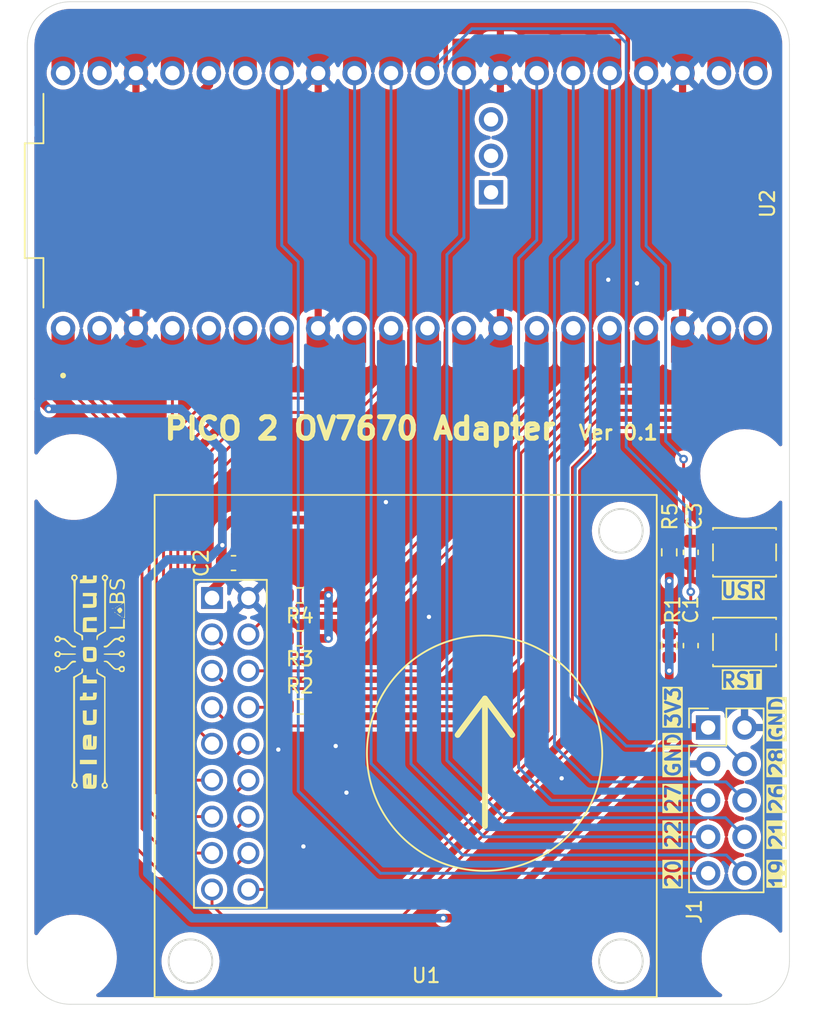
<source format=kicad_pcb>
(kicad_pcb (version 20240108) (generator "pcbnew") (generator_version "8.0")
  (layers (0 "F.Cu" signal) (31 "B.Cu" signal) (34 "B.Paste" user) (35 "F.Paste" user) (36 "B.SilkS" user "B.Silkscreen") (37 "F.SilkS" user "F.Silkscreen") (38 "B.Mask" user) (39 "F.Mask" user) (44 "Edge.Cuts" user))
  (net 0 "")
  (net 1 "/PICO_RESET")
  (net 2 "/PICO_IO21")
  (net 3 "+3V3")
  (net 4 "/PICO_IO27")
  (net 5 "GND")
  (net 6 "/PICO_IO22")
  (net 7 "/PICO_IO19")
  (net 8 "/PICO_IO28")
  (net 9 "/PICO_IO26")
  (net 10 "/PICO_IO20")
  (net 11 "OV_D6_PICO_IO6")
  (net 12 "OV_D1_PICO_IO1")
  (net 13 "OV_D7_PICO_IO7")
  (net 14 "OV_HREF_PICO_IO11")
  (net 15 "OV_RST_PICO_IO14")
  (net 16 "OV_D2_PICO_IO2")
  (net 17 "OV_VSYNC_PICO_IO10")
  (net 18 "OV_D5_PICO_IO5")
  (net 19 "OV_D0_PICO_IO0")
  (net 20 "/USER_Button")
  (net 21 "OV_D3_PICO_IO3")
  (net 22 "OV_D4_PICO_IO4")
  (net 23 "OV_SDA_PICO_IO12_SDA")
  (net 24 "OV_SCL_PICO_IO13_SCL")
  (net 25 "OV_XCLK_PICO_IO8")
  (net 28 "OV_PCLK_PICO_IO9")
  (net 42 "OV_PWDWN_PICO_IO15")
  (net 47 "Net-(U2-UART0_TX{slash}I2C0_SDA{slash}SPI1_RX{slash}GP12)")
  (footprint "Resistor_SMD:R_0603_1608Metric" (layer "F.Cu") (at 109 91.5 180)
    (property "Reference" "R4")
    (property "Value" "10K")
  )
  (footprint "Capacitor_SMD:C_0603_1608Metric" (layer "F.Cu") (at 136.25 88.5 -90)
    (property "Reference" "C3")
    (property "Value" "0.1uF")
  )
  (footprint "Button_Switch_SMD:SW_SPST_PTS810" (layer "F.Cu") (at 140 88.5)
    (property "Reference" "SW2")
    (property "Value" "SW_Push")
  )
  (footprint "MountingHole:MountingHole_3.2mm_M3_DIN965" (layer "F.Cu") (at 140 116.75)
    (property "Reference" "H2")
    (property "Value" "MountingHole")
  )
  (footprint "Button_Switch_SMD:SW_SPST_PTS810" (layer "F.Cu") (at 140 94.75)
    (property "Reference" "SW1")
    (property "Value" "SW_Push")
  )
  (footprint "Resistor_SMD:R_0603_1608Metric" (layer "F.Cu") (at 134.75 95 90)
    (property "Reference" "R1")
    (property "Value" "10K")
  )
  (footprint "pico_ov7670_adapter:CAMERA-OV7670-DIP" (layer "F.Cu") (at 116.378686 102)
    (property "Reference" "U1")
    (property "Value" "CAMERA-OV7670")
    (fp_circle (center -15 15) (end -13.47685 15) (stroke (width 0.127)) (fill none) (layer "Edge.Cuts"))
    (fp_circle (center 15 -15) (end 16.52315 -15) (stroke (width 0.127)) (fill none) (layer "Edge.Cuts"))
    (fp_circle (center 15 15) (end 16.52315 15) (stroke (width 0.127)) (fill none) (layer "Edge.Cuts"))
  )
  (footprint "pico_ov7670_adapter:logo" (layer "F.Cu") (at 94.378686 97.5 90)
    (property "Reference" "G***")
    (property "Value" "LOGO" (hide yes))
  )
  (footprint "Resistor_SMD:R_0603_1608Metric" (layer "F.Cu") (at 134.75 88.5 90)
    (property "Reference" "R5")
    (property "Value" "10K")
  )
  (footprint "pico_ov7670_adapter:MODULE_RASPBERRY_PI_PICO_W" (layer "F.Cu") (at 116.628686 63.9875 90)
    (property "Reference" "U2")
    (property "Value" "RASPBERRY_PI_PICO_W")
  )
  (footprint "MountingHole:MountingHole_3.2mm_M3_DIN965" (layer "F.Cu") (at 93.25 83.25)
    (property "Reference" "H3")
    (property "Value" "MountingHole")
  )
  (footprint "Capacitor_SMD:C_0603_1608Metric" (layer "F.Cu") (at 104.378686 89.25)
    (property "Reference" "C2")
    (property "Value" "0.1uF")
  )
  (footprint "MountingHole:MountingHole_3.2mm_M3_DIN965" (layer "F.Cu") (at 93.25 116.75)
    (property "Reference" "H4")
    (property "Value" "MountingHole")
  )
  (footprint "Connector_PinHeader_2.54mm:PinHeader_2x05_P2.54mm_Vertical" (layer "F.Cu") (at 137.46 100.71)
    (property "Reference" "J1")
    (property "Value" "GPIO Header")
  )
  (footprint "MountingHole:MountingHole_3.2mm_M3_DIN965" (layer "F.Cu") (at 140 83)
    (property "Reference" "H1")
    (property "Value" "MountingHole")
  )
  (footprint "Resistor_SMD:R_0603_1608Metric" (layer "F.Cu") (at 109 99.25)
    (property "Reference" "R2")
    (property "Value" "22R")
  )
  (footprint "Resistor_SMD:R_0603_1608Metric" (layer "F.Cu") (at 109 94.5 180)
    (property "Reference" "R3")
    (property "Value" "10K")
  )
  (footprint "Capacitor_SMD:C_0603_1608Metric" (layer "F.Cu") (at 136.25 95 -90)
    (property "Reference" "C1")
    (property "Value" "0.1uF")
  )
  (gr_line (start 93 50.121314) (end 140.128666 50.121294) (stroke (width 0.05)) (layer "Edge.Cuts"))
  (gr_arc (start 140.128666 50.121294) (mid 142.250006 50.999965) (end 143.128666 53.121294) (stroke (width 0.05)) (layer "Edge.Cuts"))
  (gr_arc (start 93 120) (mid 90.8787 119.121312) (end 90 117) (stroke (width 0.05)) (layer "Edge.Cuts"))
  (gr_line (start 90 117) (end 90 53.121314) (stroke (width 0.05)) (layer "Edge.Cuts"))
  (gr_arc (start 143.128666 117) (mid 142.249992 119.121326) (end 140.128666 120) (stroke (width 0.05)) (layer "Edge.Cuts"))
  (gr_arc (start 90 53.121314) (mid 90.878686 51) (end 93 50.121314) (stroke (width 0.05)) (layer "Edge.Cuts"))
  (gr_line (start 143.128666 117) (end 143.128666 53.121294) (stroke (width 0.05)) (layer "Edge.Cuts"))
  (gr_line (start 93 120) (end 140.128666 120) (stroke (width 0.05)) (layer "Edge.Cuts"))
  (gr_text "27" (at 135.613686 106.74 90) (layer "F.SilkS" knockout) (effects (font (size 1 1) (thickness 0.2) (bold yes)) (justify left bottom)))
  (gr_text "RST" (at 138.25 98 0) (layer "F.SilkS" knockout) (effects (font (size 1 1) (thickness 0.2) (bold yes)) (justify left bottom)))
  (gr_text "GND" (at 135.613686 104.285 90) (layer "F.SilkS" knockout) (effects (font (size 1 1) (thickness 0.2) (bold yes)) (justify left bottom)))
  (gr_text "Ver 0.1" (at 131.2 80.75 0) (layer "F.SilkS") (effects (font (size 1 1) (thickness 0.2) (bold yes)) (justify bottom)))
  (gr_text "GND" (at 142.863686 101.785 90) (layer "F.SilkS" knockout) (effects (font (size 1 1) (thickness 0.2) (bold yes)) (justify left bottom)))
  (gr_text "21" (at 142.863686 109.24 90) (layer "F.SilkS" knockout) (effects (font (size 1 1) (thickness 0.2) (bold yes)) (justify left bottom)))
  (gr_text "USR" (at 138.25 91.75 0) (layer "F.SilkS" knockout) (effects (font (size 1 1) (thickness 0.2) (bold yes)) (justify left bottom)))
  (gr_text "3V3" (at 135.613686 100.785 90) (layer "F.SilkS" knockout) (effects (font (size 1 1) (thickness 0.2) (bold yes)) (justify left bottom)))
  (gr_text "20" (at 135.613686 111.99 90) (layer "F.SilkS" knockout) (effects (font (size 1 1) (thickness 0.2) (bold yes)) (justify left bottom)))
  (gr_text "26" (at 142.863686 106.74 90) (layer "F.SilkS" knockout) (effects (font (size 1 1) (thickness 0.2) (bold yes)) (justify left bottom)))
  (gr_text "28" (at 142.863686 104.24 90) (layer "F.SilkS" knockout) (effects (font (size 1 1) (thickness 0.2) (bold yes)) (justify left bottom)))
  (gr_text "19" (at 142.863686 111.99 90) (layer "F.SilkS" knockout) (effects (font (size 1 1) (thickness 0.2) (bold yes)) (justify left bottom)))
  (gr_text "22" (at 135.613686 109.24 90) (layer "F.SilkS" knockout) (effects (font (size 1 1) (thickness 0.2) (bold yes)) (justify left bottom)))
  (gr_text "PICO 2 OV7670 Adapter" (at 113.2 80.75 0) (layer "F.SilkS") (effects (font (size 1.5 1.5) (thickness 0.35) (bold yes)) (justify bottom)))
  (segment (start 136.25 94.225) (end 136.25 91.25) (width 0.2) (layer "F.Cu") (net 1))
  (segment (start 136.25 94.225) (end 135.65 94.225) (width 0.2) (layer "F.Cu") (net 1))
  (segment (start 137.925 93.675) (end 142.075 93.675) (width 0.2) (layer "F.Cu") (net 1))
  (segment (start 137.325 93.675) (end 136.775 94.225) (width 0.2) (layer "F.Cu") (net 1))
  (segment (start 137.925 93.675) (end 137.325 93.675) (width 0.2) (layer "F.Cu") (net 1))
  (segment (start 135.65 94.225) (end 135.6 94.175) (width 0.2) (layer "F.Cu") (net 1))
  (segment (start 134.75 94.175) (end 135.6 94.175) (width 0.2) (layer "F.Cu") (net 1))
  (segment (start 136.775 94.225) (end 136.25 94.225) (width 0.2) (layer "F.Cu") (net 1))
  (via (at 136.25 91.25) (size 0.6) (drill 0.3) (layers "F.Cu" "B.Cu") (net 1))
  (segment (start 136.2 85.6) (end 136.2 91.2) (width 0.2) (layer "B.Cu") (net 1))
  (segment (start 131.75 81.15) (end 136.2 85.6) (width 0.2) (layer "B.Cu") (net 1))
  (segment (start 117.898686 55.0975) (end 120.996186 52) (width 0.2) (layer "B.Cu") (net 1))
  (segment (start 130.75 52) (end 131.75 53) (width 0.2) (layer "B.Cu") (net 1))
  (segment (start 120.996186 52) (end 130.75 52) (width 0.2) (layer "B.Cu") (net 1))
  (segment (start 131.75 53) (end 131.75 81.15) (width 0.2) (layer "B.Cu") (net 1))
  (segment (start 136.2 91.2) (end 136.25 91.25) (width 0.2) (layer "B.Cu") (net 1))
  (segment (start 125.518686 66.731314) (end 124.25 68) (width 0.2) (layer "B.Cu") (net 2))
  (segment (start 125.518686 55.0975) (end 125.518686 66.731314) (width 0.2) (layer "B.Cu") (net 2))
  (segment (start 126.54 105.79) (end 137.46 105.79) (width 0.2) (layer "B.Cu") (net 2))
  (segment (start 124.25 103.5) (end 126.54 105.79) (width 0.2) (layer "B.Cu") (net 2))
  (segment (start 124.25 68) (end 124.25 103.5) (width 0.2) (layer "B.Cu") (net 2))
  (segment (start 122.25 114) (end 135.54 100.71) (width 0.6) (layer "F.Cu") (net 3))
  (segment (start 102.658686 55.912497) (end 100.371183 58.2) (width 0.6) (layer "F.Cu") (net 3))
  (segment (start 135.71 100.71) (end 137.46 100.71) (width 0.6) (layer "F.Cu") (net 3))
  (segment (start 110.25 86.25) (end 111 87) (width 0.6) (layer "F.Cu") (net 3))
  (segment (start 103.6 88) (end 103.6 86.9) (width 0.6) (layer "F.Cu") (net 3))
  (segment (start 103.6 89.246314) (end 103.603686 89.25) (width 0.6) (layer "F.Cu") (net 3))
  (segment (start 134.75 96.75) (end 134.75 99.75) (width 0.6) (layer "F.Cu") (net 3))
  (segment (start 109.825 94.5) (end 111 94.5) (width 0.6) (layer "F.Cu") (net 3))
  (segment (start 92.2 58.2) (end 90.8 59.6) (width 0.6) (layer "F.Cu") (net 3))
  (segment (start 135.54 100.71) (end 135.71 100.71) (width 0.6) (layer "F.Cu") (net 3))
  (segment (start 102.878686 91.121314) (end 103.603686 90.396314) (width 0.6) (layer "F.Cu") (net 3))
  (segment (start 102.658686 54.2975) (end 102.658686 55.912497) (width 0.6) (layer "F.Cu") (net 3))
  (segment (start 134.75 89.325) (end 134.75 90.5) (width 0.6) (layer "F.Cu") (net 3))
  (segment (start 90.8 59.6) (end 90.8 77.8) (width 0.6) (layer "F.Cu") (net 3))
  (segment (start 100.371183 58.2) (end 92.2 58.2) (width 0.6) (layer "F.Cu") (net 3))
  (segment (start 111 91.5) (end 109.825 91.5) (width 0.6) (layer "F.Cu") (net 3))
  (segment (start 103.603686 90.396314) (end 103.603686 89.25) (width 0.6) (layer "F.Cu") (net 3))
  (segment (start 102.878686 91.68) (end 102.878686 91.121314) (width 0.6) (layer "F.Cu") (net 3))
  (segment (start 119 114) (end 122.25 114) (width 0.6) (layer "F.Cu") (net 3))
  (segment (start 134.75 99.75) (end 135.71 100.71) (width 0.6) (layer "F.Cu") (net 3))
  (segment (start 104.25 86.25) (end 110.25 86.25) (width 0.6) (layer "F.Cu") (net 3))
  (segment (start 134.75 96.75) (end 134.75 95.825) (width 0.6) (layer "F.Cu") (net 3))
  (segment (start 111 87) (end 111 91.5) (width 0.6) (layer "F.Cu") (net 3))
  (segment (start 103.6 88) (end 103.6 89.246314) (width 0.6) (layer "F.Cu") (net 3))
  (segment (start 103.6 86.9) (end 104.25 86.25) (width 0.6) (layer "F.Cu") (net 3))
  (segment (start 90.8 77.8) (end 91.5 78.5) (width 0.6) (layer "F.Cu") (net 3))
  (via (at 103.6 88) (size 0.6) (drill 0.3) (layers "F.Cu" "B.Cu") (net 3))
  (via (at 134.75 90.5) (size 0.6) (drill 0.3) (layers "F.Cu" "B.Cu") (net 3))
  (via (at 111 94.5) (size 0.6) (drill 0.3) (layers "F.Cu" "B.Cu") (net 3))
  (via (at 134.75 96.75) (size 0.6) (drill 0.3) (layers "F.Cu" "B.Cu") (net 3))
  (via (at 91.5 78.5) (size 0.6) (drill 0.3) (layers "F.Cu" "B.Cu") (net 3))
  (via (at 119 114) (size 0.6) (drill 0.3) (layers "F.Cu" "B.Cu") (net 3))
  (via (at 111 91.5) (size 0.6) (drill 0.3) (layers "F.Cu" "B.Cu") (net 3))
  (segment (start 134.75 90.5) (end 134.75 92) (width 0.6) (layer "B.Cu") (net 3))
  (segment (start 102.6 89) (end 99.775 89) (width 0.6) (layer "B.Cu") (net 3))
  (segment (start 101.5 114) (end 119 114) (width 0.6) (layer "B.Cu") (net 3))
  (segment (start 94.4 78.5) (end 100.7 78.5) (width 0.6) (layer "B.Cu") (net 3))
  (segment (start 98.375 110.875) (end 101.5 114) (width 0.6) (layer "B.Cu") (net 3))
  (segment (start 100.7 78.5) (end 103.6 81.4) (width 0.6) (layer "B.Cu") (net 3))
  (segment (start 103.6 81.4) (end 103.6 88) (width 0.6) (layer "B.Cu") (net 3))
  (segment (start 134.75 92) (end 134.75 96.75) (width 0.6) (layer "B.Cu") (net 3))
  (segment (start 134.75 91.05) (end 134.75 92) (width 0.6) (layer "B.Cu") (net 3))
  (segment (start 99.775 89) (end 98.375 90.4) (width 0.6) (layer "B.Cu") (net 3))
  (segment (start 91.5 78.5) (end 94.4 78.5) (width 0.6) (layer "B.Cu") (net 3))
  (segment (start 111 94.5) (end 111 91.5) (width 0.6) (layer "B.Cu") (net 3))
  (segment (start 94.4 78.5) (end 96.3 78.5) (width 0.6) (layer "B.Cu") (net 3))
  (segment (start 98.375 90.4) (end 98.375 110.875) (width 0.6) (layer "B.Cu") (net 3))
  (segment (start 103.6 88) (end 102.6 89) (width 0.6) (layer "B.Cu") (net 3))
  (segment (start 113.968686 68) (end 112.818686 66.85) (width 0.2) (layer "B.Cu") (net 4))
  (segment (start 140 110.87) (end 138.73 109.6) (width 0.2) (layer "B.Cu") (net 4))
  (segment (start 138.73 109.6) (end 120.35 109.6) (width 0.2) (layer "B.Cu") (net 4))
  (segment (start 120.35 109.6) (end 113.968686 103.218686) (width 0.2) (layer "B.Cu") (net 4))
  (segment (start 112.818686 66.85) (end 112.818686 55.0975) (width 0.2) (layer "B.Cu") (net 4))
  (segment (start 113.968686 103.218686) (end 113.968686 68) (width 0.2) (layer "B.Cu") (net 4))
  (via (at 130.5 69.5) (size 0.6) (drill 0.3) (layers "F.Cu" "B.Cu") (net 5))
  (via (at 111.5 102) (size 0.6) (drill 0.3) (layers "F.Cu" "B.Cu") (net 5))
  (via (at 112.25 105.25) (size 0.6) (drill 0.3) (layers "F.Cu" "B.Cu") (net 5))
  (via (at 118 93) (size 0.6) (drill 0.3) (layers "F.Cu" "B.Cu") (net 5))
  (via (at 127.25 104.25) (size 0.6) (drill 0.3) (layers "F.Cu" "B.Cu") (net 5))
  (via (at 109.25 109) (size 0.6) (drill 0.3) (layers "F.Cu" "B.Cu") (net 5))
  (via (at 107.5 102.25) (size 0.6) (drill 0.3) (layers "F.Cu" "B.Cu") (net 5))
  (via (at 115 85) (size 0.6) (drill 0.3) (layers "F.Cu" "B.Cu") (net 5))
  (via (at 132.5 69.75) (size 0.6) (drill 0.3) (layers "F.Cu" "B.Cu") (net 5))
  (segment (start 119.25 67.75) (end 120.438686 66.561314) (width 0.2) (layer "B.Cu") (net 6))
  (segment (start 120.438686 66.561314) (end 120.438686 55.0975) (width 0.2) (layer "B.Cu") (net 6))
  (segment (start 138.67 107) (end 123.25 107) (width 0.2) (layer "B.Cu") (net 6))
  (segment (start 140 108.33) (end 138.67 107) (width 0.2) (layer "B.Cu") (net 6))
  (segment (start 119.25 103) (end 119.25 67.75) (width 0.2) (layer "B.Cu") (net 6))
  (segment (start 123.25 107) (end 119.25 103) (width 0.2) (layer "B.Cu") (net 6))
  (segment (start 131.75 102) (end 138.75 102) (width 0.2) (layer "B.Cu") (net 7))
  (segment (start 128.2 98.45) (end 131.75 102) (width 0.2) (layer "B.Cu") (net 7))
  (segment (start 130.598686 66.901314) (end 129.25 68.25) (width 0.2) (layer "B.Cu") (net 7))
  (segment (start 128.2 82.6) (end 128.2 98.45) (width 0.2) (layer "B.Cu") (net 7))
  (segment (start 130.598686 55.0975) (end 130.598686 66.901314) (width 0.2) (layer "B.Cu") (net 7))
  (segment (start 129.25 68.25) (end 129.25 81.55) (width 0.2) (layer "B.Cu") (net 7))
  (segment (start 129.25 81.55) (end 128.2 82.6) (width 0.2) (layer "B.Cu") (net 7))
  (segment (start 138.75 102) (end 140 103.25) (width 0.2) (layer "B.Cu") (net 7))
  (segment (start 108.888686 68.25) (end 108.888686 105.138686) (width 0.2) (layer "B.Cu") (net 8))
  (segment (start 107.738686 67.1) (end 108.888686 68.25) (width 0.2) (layer "B.Cu") (net 8))
  (segment (start 114.62 110.87) (end 137.46 110.87) (width 0.2) (layer "B.Cu") (net 8))
  (segment (start 107.738686 55.0975) (end 107.738686 67.1) (width 0.2) (layer "B.Cu") (net 8))
  (segment (start 108.888686 105.138686) (end 114.62 110.87) (width 0.2) (layer "B.Cu") (net 8))
  (segment (start 116.748686 103.248686) (end 121.83 108.33) (width 0.2) (layer "B.Cu") (net 9))
  (segment (start 115.358686 66.358686) (end 116.748686 67.748686) (width 0.2) (layer "B.Cu") (net 9))
  (segment (start 121.83 108.33) (end 137.46 108.33) (width 0.2) (layer "B.Cu") (net 9))
  (segment (start 115.358686 55.0975) (end 115.358686 66.358686) (width 0.2) (layer "B.Cu") (net 9))
  (segment (start 116.748686 67.748686) (end 116.748686 103.248686) (width 0.2) (layer "B.Cu") (net 9))
  (segment (start 138.71 104.5) (end 129.25 104.5) (width 0.2) (layer "B.Cu") (net 10))
  (segment (start 140 105.79) (end 138.71 104.5) (width 0.2) (layer "B.Cu") (net 10))
  (segment (start 126.75 102) (end 126.75 68) (width 0.2) (layer "B.Cu") (net 10))
  (segment (start 126.75 68) (end 128.058686 66.691314) (width 0.2) (layer "B.Cu") (net 10))
  (segment (start 129.25 104.5) (end 126.75 102) (width 0.2) (layer "B.Cu") (net 10))
  (segment (start 128.058686 66.691314) (end 128.058686 55.0975) (width 0.2) (layer "B.Cu") (net 10))
  (segment (start 104.129343 103.129343) (end 101.379343 103.129343) (width 0.2) (layer "F.Cu") (net 11))
  (segment (start 111.568686 77.75) (end 112.818686 76.5) (width 0.2) (layer "F.Cu") (net 11))
  (segment (start 107.5 77.75) (end 111.568686 77.75) (width 0.2) (layer "F.Cu") (net 11))
  (segment (start 105.418686 101.84) (end 104.129343 103.129343) (width 0.2) (layer "F.Cu") (net 11))
  (segment (start 100.5 102.25) (end 100.5 84.75) (width 0.2) (layer "F.Cu") (net 11))
  (segment (start 100.5 84.75) (end 107.5 77.75) (width 0.2) (layer "F.Cu") (net 11))
  (segment (start 101.379343 103.129343) (end 100.5 102.25) (width 0.2) (layer "F.Cu") (net 11))
  (segment (start 112.818686 76.5) (end 112.818686 73.6775) (width 0.2) (layer "F.Cu") (net 11))
  (segment (start 98 80.75) (end 98 107.75) (width 0.2) (layer "F.Cu") (net 12))
  (segment (start 95.038686 77.788686) (end 98 80.75) (width 0.2) (layer "F.Cu") (net 12))
  (segment (start 95.038686 73.6775) (end 95.038686 77.788686) (width 0.2) (layer "F.Cu") (net 12))
  (segment (start 98 107.75) (end 99.71 109.46) (width 0.2) (layer "F.Cu") (net 12))
  (segment (start 99.71 109.46) (end 102.878686 109.46) (width 0.2) (layer "F.Cu") (net 12))
  (segment (start 101 99.961314) (end 101 85.25) (width 0.2) (layer "F.Cu") (net 13))
  (segment (start 115.358686 76.391314) (end 115.358686 73.6775) (width 0.2) (layer "F.Cu") (net 13))
  (segment (start 101 85.25) (end 107.5 78.75) (width 0.2) (layer "F.Cu") (net 13))
  (segment (start 107.5 78.75) (end 113 78.75) (width 0.2) (layer "F.Cu") (net 13))
  (segment (start 113 78.75) (end 115.358686 76.391314) (width 0.2) (layer "F.Cu") (net 13))
  (segment (start 102.878686 101.84) (end 101 99.961314) (width 0.2) (layer "F.Cu") (net 13))
  (segment (start 121.9 93.7) (end 118.84 96.76) (width 0.2) (layer "F.Cu") (net 14))
  (segment (start 121.9 80.9) (end 121.9 93.7) (width 0.2) (layer "F.Cu") (net 14))
  (segment (start 125.518686 73.6775) (end 125.518686 77.281314) (width 0.2) (layer "F.Cu") (net 14))
  (segment (start 118.84 96.76) (end 105.418686 96.76) (width 0.2) (layer "F.Cu") (net 14))
  (segment (start 125.518686 77.281314) (end 121.9 80.9) (width 0.2) (layer "F.Cu") (net 14))
  (segment (start 116.2 113.8) (end 103.6 113.8) (width 0.2) (layer "F.Cu") (net 15))
  (segment (start 103.6 113.8) (end 102.878686 113.078686) (width 0.2) (layer "F.Cu") (net 15))
  (segment (start 130.8 79.8) (end 128 82.6) (width 0.2) (layer "F.Cu") (net 15))
  (segment (start 128 82.6) (end 128 102) (width 0.2) (layer "F.Cu") (net 15))
  (segment (start 140.758686 74.0275) (end 140.758686 76.241314) (width 0.2) (layer "F.Cu") (net 15))
  (segment (start 128 102) (end 116.2 113.8) (width 0.2) (layer "F.Cu") (net 15))
  (segment (start 137.2 79.8) (end 130.8 79.8) (width 0.2) (layer "F.Cu") (net 15))
  (segment (start 140.758686 76.241314) (end 137.2 79.8) (width 0.2) (layer "F.Cu") (net 15))
  (segment (start 102.878686 113.078686) (end 102.878686 112) (width 0.2) (layer "F.Cu") (net 15))
  (segment (start 100.2 108.2) (end 98.5 106.5) (width 0.2) (layer "F.Cu") (net 16))
  (segment (start 105.418686 106.92) (end 104.269343 108.069343) (width 0.2) (layer "F.Cu") (net 16))
  (segment (start 100.2 108.2) (end 104.138686 108.2) (width 0.2) (layer "F.Cu") (net 16))
  (segment (start 98.5 106.5) (end 98.5 80.868686) (width 0.2) (layer "F.Cu") (net 16))
  (segment (start 100.118686 79.25) (end 100.118686 72.8775) (width 0.2) (layer "F.Cu") (net 16))
  (segment (start 98.5 80.868686) (end 100.118686 79.25) (width 0.2) (layer "F.Cu") (net 16))
  (segment (start 104.138686 108.2) (end 104.269343 108.069343) (width 0.2) (layer "F.Cu") (net 16))
  (segment (start 123.2 81.2) (end 128.058686 76.341314) (width 0.2) (layer "F.Cu") (net 17))
  (segment (start 128.058686 76.341314) (end 128.058686 73.6775) (width 0.2) (layer "F.Cu") (net 17))
  (segment (start 102.878686 96.76) (end 104.118686 98) (width 0.2) (layer "F.Cu") (net 17))
  (segment (start 119.8 98) (end 123.2 94.6) (width 0.2) (layer "F.Cu") (net 17))
  (segment (start 104.118686 98) (end 119.8 98) (width 0.2) (layer "F.Cu") (net 17))
  (segment (start 123.2 94.6) (end 123.2 81.2) (width 0.2) (layer "F.Cu") (net 17))
  (segment (start 101.25 104.38) (end 100 103.13) (width 0.2) (layer "F.Cu") (net 18))
  (segment (start 100 103.13) (end 100 84.238686) (width 0.2) (layer "F.Cu") (net 18))
  (segment (start 100 84.238686) (end 107.738686 76.5) (width 0.2) (layer "F.Cu") (net 18))
  (segment (start 102.878686 104.38) (end 101.25 104.38) (width 0.2) (layer "F.Cu") (net 18))
  (segment (start 107.738686 76.5) (end 107.738686 73.6775) (width 0.2) (layer "F.Cu") (net 18))
  (segment (start 104.128686 110.75) (end 105.418686 109.46) (width 0.2) (layer "F.Cu") (net 19))
  (segment (start 99.25 110.75) (end 104.128686 110.75) (width 0.2) (layer "F.Cu") (net 19))
  (segment (start 97.5 81.75) (end 97.5 109) (width 0.2) (layer "F.Cu") (net 19))
  (segment (start 92.498686 72.8775) (end 92.498686 76.748686) (width 0.2) (layer "F.Cu") (net 19))
  (segment (start 97.5 109) (end 99.25 110.75) (width 0.2) (layer "F.Cu") (net 19))
  (segment (start 92.498686 76.748686) (end 97.5 81.75) (width 0.2) (layer "F.Cu") (net 19))
  (segment (start 137.3 87.425) (end 137 87.725) (width 0.2) (layer "F.Cu") (net 20))
  (segment (start 137 87.725) (end 136.25 87.725) (width 0.2) (layer "F.Cu") (net 20))
  (segment (start 134.75 87.675) (end 135.475 87.675) (width 0.2) (layer "F.Cu") (net 20))
  (segment (start 136.25 87.725) (end 135.525 87.725) (width 0.2) (layer "F.Cu") (net 20))
  (segment (start 136.25 87.725) (end 136.25 86.75) (width 0.2) (layer "F.Cu") (net 20))
  (segment (start 135.525 87.725) (end 135.475 87.675) (width 0.2) (layer "F.Cu") (net 20))
  (segment (start 135.75 86.25) (end 135.75 82) (width 0.2) (layer "F.Cu") (net 20))
  (segment (start 136.25 86.75) (end 135.75 86.25) (width 0.2) (layer "F.Cu") (net 20))
  (segment (start 137.925 87.425) (end 137.3 87.425) (width 0.2) (layer "F.Cu") (net 20))
  (segment (start 137.925 87.425) (end 142.075 87.425) (width 0.2) (layer "F.Cu") (net 20))
  (via (at 135.75 82) (size 0.6) (drill 0.3) (layers "F.Cu" "B.Cu") (net 20))
  (segment (start 134.5 80.75) (end 135.75 82) (width 0.2) (layer "B.Cu") (net 20))
  (segment (start 134.5 68.5) (end 134.5 80.75) (width 0.2) (layer "B.Cu") (net 20))
  (segment (start 133.138686 55.0975) (end 133.138686 67.138686) (width 0.2) (layer "B.Cu") (net 20))
  (segment (start 133.138686 67.138686) (end 134.5 68.5) (width 0.2) (layer "B.Cu") (net 20))
  (segment (start 99 81.408686) (end 102.658686 77.75) (width 0.2) (layer "F.Cu") (net 21))
  (segment (start 100.67 106.92) (end 99 105.25) (width 0.2) (layer "F.Cu") (net 21))
  (segment (start 99 105.25) (end 99 81.408686) (width 0.2) (layer "F.Cu") (net 21))
  (segment (start 102.658686 77.75) (end 102.658686 73.6775) (width 0.2) (layer "F.Cu") (net 21))
  (segment (start 102.878686 106.92) (end 100.67 106.92) (width 0.2) (layer "F.Cu") (net 21))
  (segment (start 99.5 82.698686) (end 105.198686 77) (width 0.2) (layer "F.Cu") (net 22))
  (segment (start 101.35 105.6) (end 99.5 103.75) (width 0.2) (layer "F.Cu") (net 22))
  (segment (start 105.418686 104.38) (end 104.198686 105.6) (width 0.2) (layer "F.Cu") (net 22))
  (segment (start 99.5 103.75) (end 99.5 82.698686) (width 0.2) (layer "F.Cu") (net 22))
  (segment (start 104.198686 105.6) (end 101.35 105.6) (width 0.2) (layer "F.Cu") (net 22))
  (segment (start 105.198686 77) (end 105.198686 73.6775) (width 0.2) (layer "F.Cu") (net 22))
  (segment (start 108.175 91.5) (end 108.175 92.425) (width 0.2) (layer "F.Cu") (net 23))
  (segment (start 112.25 92.75) (end 117.898686 87.101314) (width 0.2) (layer "F.Cu") (net 23))
  (segment (start 117.898686 87.101314) (end 117.898686 73.6775) (width 0.2) (layer "F.Cu") (net 23))
  (segment (start 108.175 92.425) (end 108.5 92.75) (width 0.2) (layer "F.Cu") (net 23))
  (segment (start 108.053686 91.585) (end 108.053686 91.5) (width 0.2) (layer "F.Cu") (net 23))
  (segment (start 105.418686 94.22) (end 108.053686 91.585) (width 0.2) (layer "F.Cu") (net 23))
  (segment (start 108.5 92.75) (end 112.25 92.75) (width 0.2) (layer "F.Cu") (net 23))
  (segment (start 108.375 95.625) (end 112.125 95.625) (width 0.2) (layer "F.Cu") (net 24))
  (segment (start 107.025 95.4) (end 104.058686 95.4) (width 0.2) (layer "F.Cu") (net 24))
  (segment (start 108.175 95.425) (end 108.375 95.625) (width 0.2) (layer "F.Cu") (net 24))
  (segment (start 104.058686 95.4) (end 102.878686 94.22) (width 0.2) (layer "F.Cu") (net 24))
  (segment (start 108.175 94.5) (end 108.175 95.425) (width 0.2) (layer "F.Cu") (net 24))
  (segment (start 112.125 95.625) (end 120.438686 87.311314) (width 0.2) (layer "F.Cu") (net 24))
  (segment (start 120.438686 87.311314) (end 120.438686 73.6775) (width 0.2) (layer "F.Cu") (net 24))
  (segment (start 107.925 94.5) (end 107.025 95.4) (width 0.2) (layer "F.Cu") (net 24))
  (segment (start 108.003686 99.3) (end 108.053686 99.25) (width 0.2) (layer "F.Cu") (net 25))
  (segment (start 105.418686 99.3) (end 108.003686 99.3) (width 0.2) (layer "F.Cu") (net 25))
  (segment (start 125.6 81.9) (end 130.375 77.125) (width 0.2) (layer "F.Cu") (net 28))
  (segment (start 102.878686 99.3) (end 104.178686 100.6) (width 0.2) (layer "F.Cu") (net 28))
  (segment (start 122.6 100.6) (end 122.9 100.3) (width 0.2) (layer "F.Cu") (net 28))
  (segment (start 122.9 100.3) (end 125.6 97.6) (width 0.2) (layer "F.Cu") (net 28))
  (segment (start 104.178686 100.6) (end 122.6 100.6) (width 0.2) (layer "F.Cu") (net 28))
  (segment (start 133.138686 76.861314) (end 133.138686 73.6775) (width 0.2) (layer "F.Cu") (net 28))
  (segment (start 125.6 97.6) (end 125.6 81.9) (width 0.2) (layer "F.Cu") (net 28))
  (segment (start 132.875 77.125) (end 133.138686 76.861314) (width 0.2) (layer "F.Cu") (net 28))
  (segment (start 130.375 77.125) (end 132.875 77.125) (width 0.2) (layer "F.Cu") (net 28))
  (segment (start 105.418686 112) (end 116 112) (width 0.2) (layer "F.Cu") (net 42))
  (segment (start 136.8 78.6) (end 138.218686 77.181314) (width 0.2) (layer "F.Cu") (net 42))
  (segment (start 138.218686 77.181314) (end 138.218686 73.6775) (width 0.2) (layer "F.Cu") (net 42))
  (segment (start 130.4 78.6) (end 136.8 78.6) (width 0.2) (layer "F.Cu") (net 42))
  (segment (start 116 112) (end 126.8 101.2) (width 0.2) (layer "F.Cu") (net 42))
  (segment (start 126.8 82.2) (end 130.4 78.6) (width 0.2) (layer "F.Cu") (net 42))
  (segment (start 126.8 101.2) (end 126.8 82.2) (width 0.2) (layer "F.Cu") (net 42))
  (segment (start 120.95 99.25) (end 109.825 99.25) (width 0.2) (layer "F.Cu") (net 47))
  (segment (start 124.4 95.8) (end 120.95 99.25) (width 0.2) (layer "F.Cu") (net 47))
  (segment (start 124.4 81.6) (end 124.4 95.8) (width 0.2) (layer "F.Cu") (net 47))
  (segment (start 130.598686 73.6775) (end 130.598686 75.401314) (width 0.2) (layer "F.Cu") (net 47))
  (segment (start 130.598686 75.401314) (end 124.4 81.6) (width 0.2) (layer "F.Cu") (net 47))
  (zone (net 0) (net_name "") (layers "F&B.Cu") (connect_pads (clearance 0)) (min_thickness 0.25)
    (keepout (tracks not_allowed) (vias not_allowed) (pads allowed) (copperpour not_allowed) (footprints allowed))
    (fill (thermal_gap 0.5) (thermal_bridge_width 0.5))
    (polygon (pts (xy 96.25 83.25) (xy 96.229715 82.901721) (xy 96.169135 82.558152) (xy 96.069078 82.22394) (xy 95.930898 81.903602) (xy 95.756463 81.601473) (xy 95.548133 81.321637) (xy 95.308725 81.067879) (xy 95.041476 80.84363) (xy 94.75 80.651924) (xy 94.438239 80.495352) (xy 94.11041 80.376031) (xy 93.770945 80.295577) (xy 93.424434 80.255076) (xy 93.075566 80.255076) (xy 92.729055 80.295577) (xy 92.38959 80.376031) (xy 92.061761 80.495352) (xy 91.75 80.651924) (xy 91.458524 80.84363) (xy 91.191275 81.067879) (xy 90.951867 81.321637) (xy 90.743537 81.601473) (xy 90.569102 81.903602) (xy 90.430922 82.22394) (xy 90.330865 82.558152) (xy 90.270285 82.901721) (xy 90.25 83.25) (xy 90.270285 83.598279) (xy 90.330865 83.941848) (xy 90.430922 84.27606) (xy 90.569102 84.596398) (xy 90.743537 84.898527) (xy 90.951867 85.178363) (xy 91.191275 85.432121) (xy 91.458524 85.65637) (xy 91.75 85.848076) (xy 92.061761 86.004648) (xy 92.38959 86.123969) (xy 92.729055 86.204423) (xy 93.075566 86.244924) (xy 93.424434 86.244924) (xy 93.770945 86.204423) (xy 94.11041 86.123969) (xy 94.438239 86.004648) (xy 94.75 85.848076) (xy 95.041476 85.65637) (xy 95.308725 85.432121) (xy 95.548133 85.178363) (xy 95.756463 84.898527) (xy 95.930898 84.596398) (xy 96.069078 84.27606) (xy 96.169135 83.941848) (xy 96.229715 83.598279)))
  )
  (zone (net 0) (net_name "") (layers "F&B.Cu") (connect_pads (clearance 0)) (min_thickness 0.25)
    (keepout (tracks not_allowed) (vias not_allowed) (pads allowed) (copperpour not_allowed) (footprints allowed))
    (fill (thermal_gap 0.5) (thermal_bridge_width 0.5))
    (polygon (pts (xy 143.092329 83) (xy 143.072885 82.653769) (xy 143.014798 82.311892) (xy 142.918798 81.978668) (xy 142.786092 81.658289) (xy 142.61835 81.354782) (xy 142.41768 81.071964) (xy 142.186607 80.813393) (xy 141.928036 80.58232) (xy 141.645218 80.38165) (xy 141.341711 80.213908) (xy 141.021332 80.081202) (xy 140.688108 79.985202) (xy 140.346231 79.927115) (xy 140 79.907671) (xy 139.653769 79.927115) (xy 139.311892 79.985202) (xy 138.978668 80.081202) (xy 138.658289 80.213908) (xy 138.354782 80.38165) (xy 138.071964 80.58232) (xy 137.813393 80.813393) (xy 137.58232 81.071964) (xy 137.38165 81.354782) (xy 137.213908 81.658289) (xy 137.081202 81.978668) (xy 136.985202 82.311892) (xy 136.927115 82.653769) (xy 136.907671 83) (xy 136.927115 83.346231) (xy 136.985202 83.688108) (xy 137.081202 84.021332) (xy 137.213908 84.341711) (xy 137.38165 84.645218) (xy 137.58232 84.928036) (xy 137.813393 85.186607) (xy 138.071964 85.41768) (xy 138.354782 85.61835) (xy 138.658289 85.786092) (xy 138.978668 85.918798) (xy 139.311892 86.014798) (xy 139.653769 86.072885) (xy 140 86.092329) (xy 140.346231 86.072885) (xy 140.688108 86.014798) (xy 141.021332 85.918798) (xy 141.341711 85.786092) (xy 141.645218 85.61835) (xy 141.928036 85.41768) (xy 142.186607 85.186607) (xy 142.41768 84.928036) (xy 142.61835 84.645218) (xy 142.786092 84.341711) (xy 142.918798 84.021332) (xy 143.014798 83.688108) (xy 143.072885 83.346231)))
  )
  (zone (net 0) (net_name "") (layers "F&B.Cu") (connect_pads (clearance 0)) (min_thickness 0.25)
    (keepout (tracks not_allowed) (vias not_allowed) (pads allowed) (copperpour not_allowed) (footprints allowed))
    (fill (thermal_gap 0.5) (thermal_bridge_width 0.5))
    (polygon (pts (xy 96.25 116.75) (xy 96.229715 116.401721) (xy 96.169135 116.058152) (xy 96.069078 115.72394) (xy 95.930898 115.403602) (xy 95.756463 115.101473) (xy 95.548133 114.821637) (xy 95.308725 114.567879) (xy 95.041476 114.34363) (xy 94.75 114.151924) (xy 94.438239 113.995352) (xy 94.11041 113.876031) (xy 93.770945 113.795577) (xy 93.424434 113.755076) (xy 93.075566 113.755076) (xy 92.729055 113.795577) (xy 92.38959 113.876031) (xy 92.061761 113.995352) (xy 91.75 114.151924) (xy 91.458524 114.34363) (xy 91.191275 114.567879) (xy 90.951867 114.821637) (xy 90.743537 115.101473) (xy 90.569102 115.403602) (xy 90.430922 115.72394) (xy 90.330865 116.058152) (xy 90.270285 116.401721) (xy 90.25 116.75) (xy 90.270285 117.098279) (xy 90.330865 117.441848) (xy 90.430922 117.77606) (xy 90.569102 118.096398) (xy 90.743537 118.398527) (xy 90.951867 118.678363) (xy 91.191275 118.932121) (xy 91.458524 119.15637) (xy 91.75 119.348076) (xy 92.061761 119.504648) (xy 92.38959 119.623969) (xy 92.729055 119.704423) (xy 93.075566 119.744924) (xy 93.424434 119.744924) (xy 93.770945 119.704423) (xy 94.11041 119.623969) (xy 94.438239 119.504648) (xy 94.75 119.348076) (xy 95.041476 119.15637) (xy 95.308725 118.932121) (xy 95.548133 118.678363) (xy 95.756463 118.398527) (xy 95.930898 118.096398) (xy 96.069078 117.77606) (xy 96.169135 117.441848) (xy 96.229715 117.098279)))
  )
  (zone (net 5) (net_name "GND") (layers "F&B.Cu") (connect_pads (clearance 0.3)) (min_thickness 0.25) (fill yes (thermal_gap 0.5) (thermal_bridge_width 0.5))
    (polygon (pts (xy 90 50) (xy 90 120) (xy 143.25 120) (xy 143.25 50)))
  )
  (zone (net 0) (net_name "") (layers "F&B.Cu") (connect_pads (clearance 0)) (min_thickness 0.25)
    (keepout (tracks not_allowed) (vias not_allowed) (pads allowed) (copperpour not_allowed) (footprints allowed))
    (fill (thermal_gap 0.5) (thermal_bridge_width 0.5))
    (polygon (pts (xy 143 116.75) (xy 142.979715 116.401721) (xy 142.919135 116.058152) (xy 142.819078 115.72394) (xy 142.680898 115.403602) (xy 142.506463 115.101473) (xy 142.298133 114.821637) (xy 142.058725 114.567879) (xy 141.791476 114.34363) (xy 141.5 114.151924) (xy 141.188239 113.995352) (xy 140.86041 113.876031) (xy 140.520945 113.795577) (xy 140.174434 113.755076) (xy 139.825566 113.755076) (xy 139.479055 113.795577) (xy 139.13959 113.876031) (xy 138.811761 113.995352) (xy 138.5 114.151924) (xy 138.208524 114.34363) (xy 137.941275 114.567879) (xy 137.701867 114.821637) (xy 137.493537 115.101473) (xy 137.319102 115.403602) (xy 137.180922 115.72394) (xy 137.080865 116.058152) (xy 137.020285 116.401721) (xy 137 116.75) (xy 137.020285 117.098279) (xy 137.080865 117.441848) (xy 137.180922 117.77606) (xy 137.319102 118.096398) (xy 137.493537 118.398527) (xy 137.701867 118.678363) (xy 137.941275 118.932121) (xy 138.208524 119.15637) (xy 138.5 119.348076) (xy 138.811761 119.504648) (xy 139.13959 119.623969) (xy 139.479055 119.704423) (xy 139.825566 119.744924) (xy 140.174434 119.744924) (xy 140.520945 119.704423) (xy 140.86041 119.623969) (xy 141.188239 119.504648) (xy 141.5 119.348076) (xy 141.791476 119.15637) (xy 142.058725 118.932121) (xy 142.298133 118.678363) (xy 142.506463 118.398527) (xy 142.680898 118.096398) (xy 142.819078 117.77606) (xy 142.919135 117.441848) (xy 142.979715 117.098279)))
  )
)
</source>
